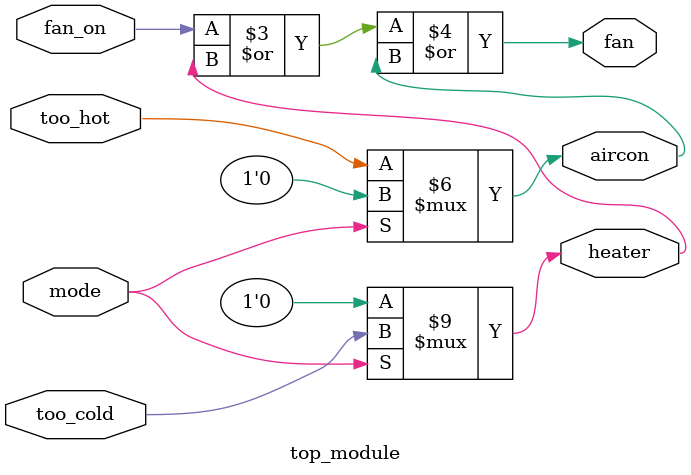
<source format=sv>
module top_module(
	input mode,
	input too_cold, 
	input too_hot,
	input fan_on,
	output reg heater,
	output reg aircon,
	output reg fan
);

always @(*) begin
    if (mode == 1) begin            // Heating mode
        heater = too_cold;
        aircon = 0;
    end else begin                  // Cooling mode
        heater = 0;
        aircon = too_hot;
    end
    
    fan = fan_on | heater | aircon;
end

endmodule

</source>
